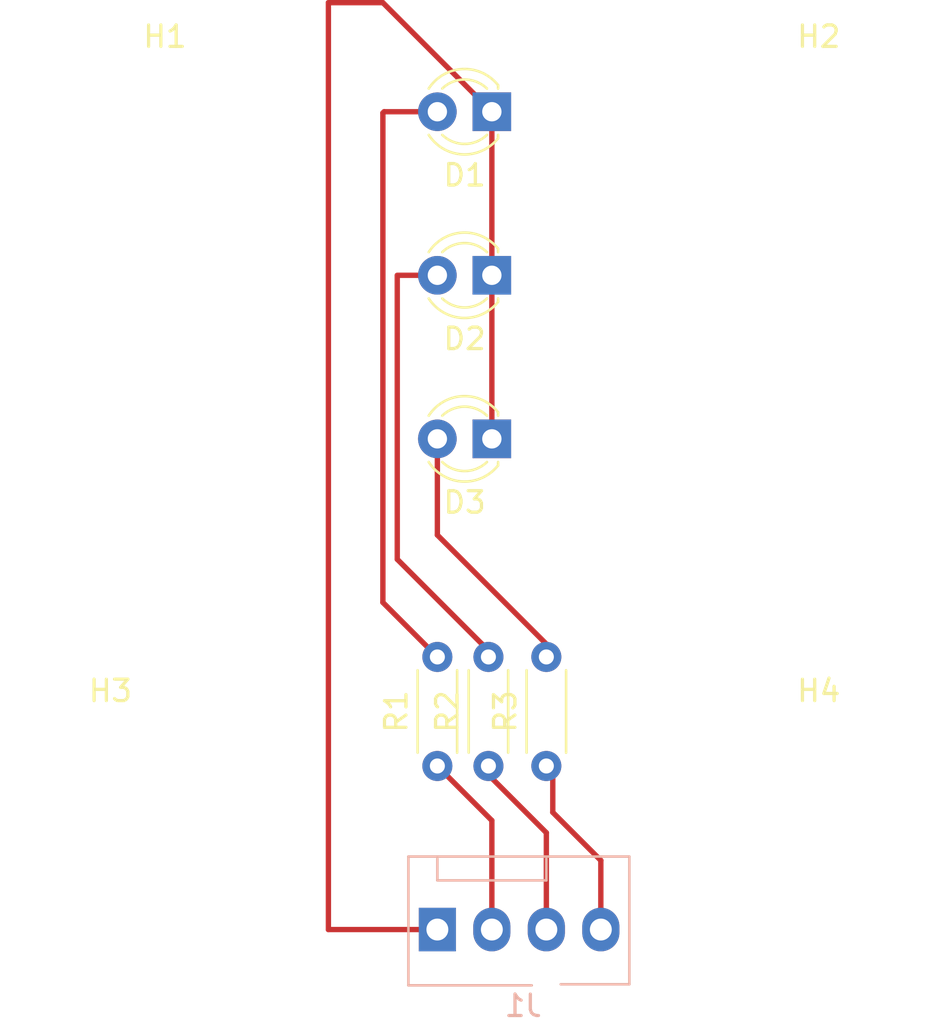
<source format=kicad_pcb>
(kicad_pcb (version 20211014) (generator pcbnew)
  (layers (0 "F.Cu" signal) (31 "B.Cu" signal) (34 "B.Paste" user) (35 "F.Paste" user) (36 "B.SilkS" user "B.Silkscreen") (37 "F.SilkS" user "F.Silkscreen") (38 "B.Mask" user) (39 "F.Mask" user) (44 "Edge.Cuts" user))
  (net 0 "")
  (net 1 "Net-(D1-Pad1)")
  (net 2 "Net-(D1-Pad2)")
  (net 3 "Net-(D2-Pad2)")
  (net 4 "Net-(D3-Pad2)")
  (net 5 "Net-(J1-Pad2)")
  (net 6 "Net-(J1-Pad3)")
  (net 7 "Net-(J1-Pad4)")
  (footprint "LED_THT:LED_D3.0mm" (layer "F.Cu") (at 137.16 101.6 180)
    (fp_text reference "D3" (at 1.27 -2.96) (layer "F.SilkS"))
    (fp_text value "LED")
    (fp_line (start -0.29 -1.236) (end -0.29 -1.08) (layer "F.SilkS") (width 0.12))
    (fp_line (start -0.29 1.08) (end -0.29 1.236) (layer "F.SilkS") (width 0.12))
    (fp_arc (start 2.942335 1.078608) (mid 1.366487 1.987659) (end -0.29 1.235516) (layer "F.SilkS") (width 0.12))
    (fp_arc (start -0.29 -1.235516) (mid 1.366487 -1.987659) (end 2.942335 -1.078608) (layer "F.SilkS") (width 0.12))
    (fp_arc (start 0.229039 -1.08) (mid 1.270117 -1.5) (end 2.31113 -1.079837) (layer "F.SilkS") (width 0.12))
    (fp_arc (start 2.31113 1.079837) (mid 1.270117 1.5) (end 0.229039 1.08) (layer "F.SilkS") (width 0.12))
    (pad "1" thru_hole rect (at 0 0 180) (size 1.8 1.8) (drill 0.9) (layers *.Cu *.Mask) (net 1 "Net-(D1-Pad1)"))
    (pad "2" thru_hole circle (at 2.54 0 180) (size 1.8 1.8) (drill 0.9) (layers *.Cu *.Mask) (net 4 "Net-(D3-Pad2)"))
  )
  (footprint "MountingHole:MountingHole_2.5mm" (layer "F.Cu") (at 119.38 116.84)
    (fp_text reference "H3" (at 0 -3.5) (layer "F.SilkS"))
    (fp_text value "MountingHole")
    (pad "" np_thru_hole circle (at 0 0) (size 2.5 2.5) (drill 2.5) (layers *.Cu *.Mask))
  )
  (footprint "Resistor_THT:R_Axial_DIN0204_L3.6mm_D1.6mm_P5.08mm_Horizontal" (layer "F.Cu") (at 139.7 116.84 90)
    (fp_text reference "R3" (at 2.54 -1.92 90) (layer "F.SilkS"))
    (fp_text value "R")
    (fp_line (start 0.62 0.92) (end 4.46 0.92) (layer "F.SilkS") (width 0.12))
    (fp_line (start 0.62 -0.92) (end 4.46 -0.92) (layer "F.SilkS") (width 0.12))
    (pad "1" thru_hole circle (at 0 0 90) (size 1.4 1.4) (drill 0.7) (layers *.Cu *.Mask) (net 7 "Net-(J1-Pad4)"))
    (pad "2" thru_hole oval (at 5.08 0 90) (size 1.4 1.4) (drill 0.7) (layers *.Cu *.Mask) (net 4 "Net-(D3-Pad2)"))
  )
  (footprint "MountingHole:MountingHole_2.5mm" (layer "F.Cu") (at 152.4 86.36)
    (fp_text reference "H2" (at 0 -3.5) (layer "F.SilkS"))
    (fp_text value "MountingHole")
    (pad "" np_thru_hole circle (at 0 0) (size 2.5 2.5) (drill 2.5) (layers *.Cu *.Mask))
  )
  (footprint "Resistor_THT:R_Axial_DIN0204_L3.6mm_D1.6mm_P5.08mm_Horizontal" (layer "F.Cu") (at 134.62 116.84 90)
    (fp_text reference "R1" (at 2.54 -1.92 90) (layer "F.SilkS"))
    (fp_text value "R")
    (fp_line (start 0.62 -0.92) (end 4.46 -0.92) (layer "F.SilkS") (width 0.12))
    (fp_line (start 0.62 0.92) (end 4.46 0.92) (layer "F.SilkS") (width 0.12))
    (pad "1" thru_hole circle (at 0 0 90) (size 1.4 1.4) (drill 0.7) (layers *.Cu *.Mask) (net 5 "Net-(J1-Pad2)"))
    (pad "2" thru_hole oval (at 5.08 0 90) (size 1.4 1.4) (drill 0.7) (layers *.Cu *.Mask) (net 2 "Net-(D1-Pad2)"))
  )
  (footprint "Resistor_THT:R_Axial_DIN0204_L3.6mm_D1.6mm_P5.08mm_Horizontal" (layer "F.Cu") (at 137 116.84 90)
    (fp_text reference "R2" (at 2.54 -1.92 90) (layer "F.SilkS"))
    (fp_text value "R")
    (fp_line (start 0.62 0.92) (end 4.46 0.92) (layer "F.SilkS") (width 0.12))
    (fp_line (start 0.62 -0.92) (end 4.46 -0.92) (layer "F.SilkS") (width 0.12))
    (pad "1" thru_hole circle (at 0 0 90) (size 1.4 1.4) (drill 0.7) (layers *.Cu *.Mask) (net 6 "Net-(J1-Pad3)"))
    (pad "2" thru_hole oval (at 5.08 0 90) (size 1.4 1.4) (drill 0.7) (layers *.Cu *.Mask) (net 3 "Net-(D2-Pad2)"))
  )
  (footprint "MountingHole:MountingHole_2.5mm" (layer "F.Cu") (at 121.92 86.36)
    (fp_text reference "H1" (at 0 -3.5) (layer "F.SilkS"))
    (fp_text value "MountingHole")
    (pad "" np_thru_hole circle (at 0 0) (size 2.5 2.5) (drill 2.5) (layers *.Cu *.Mask))
  )
  (footprint "LED_THT:LED_D3.0mm" (layer "F.Cu") (at 137.16 86.36 180)
    (fp_text reference "D1" (at 1.27 -2.96) (layer "F.SilkS"))
    (fp_text value "LED")
    (fp_line (start -0.29 -1.236) (end -0.29 -1.08) (layer "F.SilkS") (width 0.12))
    (fp_line (start -0.29 1.08) (end -0.29 1.236) (layer "F.SilkS") (width 0.12))
    (fp_arc (start 2.942335 1.078608) (mid 1.366487 1.987659) (end -0.29 1.235516) (layer "F.SilkS") (width 0.12))
    (fp_arc (start 0.229039 -1.08) (mid 1.270117 -1.5) (end 2.31113 -1.079837) (layer "F.SilkS") (width 0.12))
    (fp_arc (start -0.29 -1.235516) (mid 1.366487 -1.987659) (end 2.942335 -1.078608) (layer "F.SilkS") (width 0.12))
    (fp_arc (start 2.31113 1.079837) (mid 1.270117 1.5) (end 0.229039 1.08) (layer "F.SilkS") (width 0.12))
    (pad "1" thru_hole rect (at 0 0 180) (size 1.8 1.8) (drill 0.9) (layers *.Cu *.Mask) (net 1 "Net-(D1-Pad1)"))
    (pad "2" thru_hole circle (at 2.54 0 180) (size 1.8 1.8) (drill 0.9) (layers *.Cu *.Mask) (net 2 "Net-(D1-Pad2)"))
  )
  (footprint "MountingHole:MountingHole_2.5mm" (layer "F.Cu") (at 152.4 116.84)
    (fp_text reference "H4" (at 0 -3.5) (layer "F.SilkS"))
    (fp_text value "MountingHole")
    (pad "" np_thru_hole circle (at 0 0) (size 2.5 2.5) (drill 2.5) (layers *.Cu *.Mask))
  )
  (footprint "LED_THT:LED_D3.0mm" (layer "F.Cu") (at 137.16 93.98 180)
    (fp_text reference "D2" (at 1.27 -2.96) (layer "F.SilkS"))
    (fp_text value "LED")
    (fp_line (start -0.29 1.08) (end -0.29 1.236) (layer "F.SilkS") (width 0.12))
    (fp_line (start -0.29 -1.236) (end -0.29 -1.08) (layer "F.SilkS") (width 0.12))
    (fp_arc (start 2.31113 1.079837) (mid 1.270117 1.5) (end 0.229039 1.08) (layer "F.SilkS") (width 0.12))
    (fp_arc (start -0.29 -1.235516) (mid 1.366487 -1.987659) (end 2.942335 -1.078608) (layer "F.SilkS") (width 0.12))
    (fp_arc (start 2.942335 1.078608) (mid 1.366487 1.987659) (end -0.29 1.235516) (layer "F.SilkS") (width 0.12))
    (fp_arc (start 0.229039 -1.08) (mid 1.270117 -1.5) (end 2.31113 -1.079837) (layer "F.SilkS") (width 0.12))
    (pad "1" thru_hole rect (at 0 0 180) (size 1.8 1.8) (drill 0.9) (layers *.Cu *.Mask) (net 1 "Net-(D1-Pad1)"))
    (pad "2" thru_hole circle (at 2.54 0 180) (size 1.8 1.8) (drill 0.9) (layers *.Cu *.Mask) (net 3 "Net-(D2-Pad2)"))
  )
  (footprint "Connector:FanPinHeader_1x04_P2.54mm_Vertical" (layer "B.Cu") (at 134.62 124.46)
    (fp_text reference "J1" (at 4 3.55) (layer "B.SilkS") (effects (justify mirror)))
    (fp_text value "Conn_01x04")
    (fp_line (start 8.95 -3.4) (end -1.35 -3.4) (layer "B.SilkS") (width 0.12))
    (fp_line (start 0 -3.3) (end 0 -2.29) (layer "B.SilkS") (width 0.12))
    (fp_line (start 5.75 2.55) (end 8.95 2.55) (layer "B.SilkS") (width 0.12))
    (fp_line (start -1.35 -3.4) (end -1.35 2.6) (layer "B.SilkS") (width 0.12))
    (fp_line (start -1.35 2.6) (end 4.4 2.6) (layer "B.SilkS") (width 0.12))
    (fp_line (start 0 -2.29) (end 5.08 -2.29) (layer "B.SilkS") (width 0.12))
    (fp_line (start 5.08 -2.29) (end 5.08 -3.3) (layer "B.SilkS") (width 0.12))
    (fp_line (start 8.95 2.55) (end 8.95 -3.4) (layer "B.SilkS") (width 0.12))
    (pad "" np_thru_hole circle (at 5.08 2.16 270) (size 1.1 1.1) (drill 1.1) (layers *.Cu *.Mask))
    (pad "1" thru_hole rect (at 0 0 270) (size 2.03 1.73) (drill 1.02) (layers *.Cu *.Mask) (net 1 "Net-(D1-Pad1)"))
    (pad "2" thru_hole oval (at 2.54 0 270) (size 2.03 1.73) (drill 1.02) (layers *.Cu *.Mask) (net 5 "Net-(J1-Pad2)"))
    (pad "3" thru_hole oval (at 5.08 0 270) (size 2.03 1.73) (drill 1.02) (layers *.Cu *.Mask) (net 6 "Net-(J1-Pad3)"))
    (pad "4" thru_hole oval (at 7.62 0 270) (size 2.03 1.73) (drill 1.02) (layers *.Cu *.Mask) (net 7 "Net-(J1-Pad4)"))
  )
  (segment (start 137.16 86.36) (end 137.16 93.98) (width 0.25) (layer "F.Cu") (net 1))
  (segment (start 137.16 86.36) (end 132.08 81.28) (width 0.25) (layer "F.Cu") (net 1))
  (segment (start 137.16 93.98) (end 137.16 101.6) (width 0.25) (layer "F.Cu") (net 1))
  (segment (start 129.54 81.28) (end 129.54 124.46) (width 0.25) (layer "F.Cu") (net 1))
  (segment (start 129.54 124.46) (end 134.62 124.46) (width 0.25) (layer "F.Cu") (net 1))
  (segment (start 132.08 81.28) (end 129.54 81.28) (width 0.25) (layer "F.Cu") (net 1))
  (segment (start 132.08 86.42) (end 132.08 109.22) (width 0.25) (layer "F.Cu") (net 2))
  (segment (start 132.14 86.36) (end 134.62 86.36) (width 0.25) (layer "F.Cu") (net 2))
  (segment (start 132.08 109.22) (end 134.62 111.76) (width 0.25) (layer "F.Cu") (net 2))
  (segment (start 132.08 86.42) (end 132.14 86.36) (width 0.25) (layer "F.Cu") (net 2))
  (segment (start 134.98 93.98) (end 135 94) (width 0.25) (layer "F.Cu") (net 3))
  (segment (start 132.75 93.98) (end 134.98 93.98) (width 0.25) (layer "F.Cu") (net 3))
  (segment (start 132.75 107.21) (end 137 111.46) (width 0.25) (layer "F.Cu") (net 3))
  (segment (start 132.75 94) (end 132.75 107.21) (width 0.25) (layer "F.Cu") (net 3))
  (segment (start 134.62 106.08) (end 140 111.46) (width 0.25) (layer "F.Cu") (net 4))
  (segment (start 134.62 101.6) (end 134.62 106.08) (width 0.25) (layer "F.Cu") (net 4))
  (segment (start 137.16 119.38) (end 137.16 124.46) (width 0.25) (layer "F.Cu") (net 5))
  (segment (start 134.62 116.84) (end 137.16 119.38) (width 0.25) (layer "F.Cu") (net 5))
  (segment (start 137 117.25) (end 139.7 119.95) (width 0.25) (layer "F.Cu") (net 6))
  (segment (start 139.7 119.95) (end 139.7 124.46) (width 0.25) (layer "F.Cu") (net 6))
  (segment (start 137 116.54) (end 137 117.25) (width 0.25) (layer "F.Cu") (net 6))
  (segment (start 140 116.54) (end 140 119) (width 0.25) (layer "F.Cu") (net 7))
  (segment (start 140 119) (end 142.24 121.24) (width 0.25) (layer "F.Cu") (net 7))
  (segment (start 142.24 121.24) (end 142.24 124.46) (width 0.25) (layer "F.Cu") (net 7))
)
</source>
